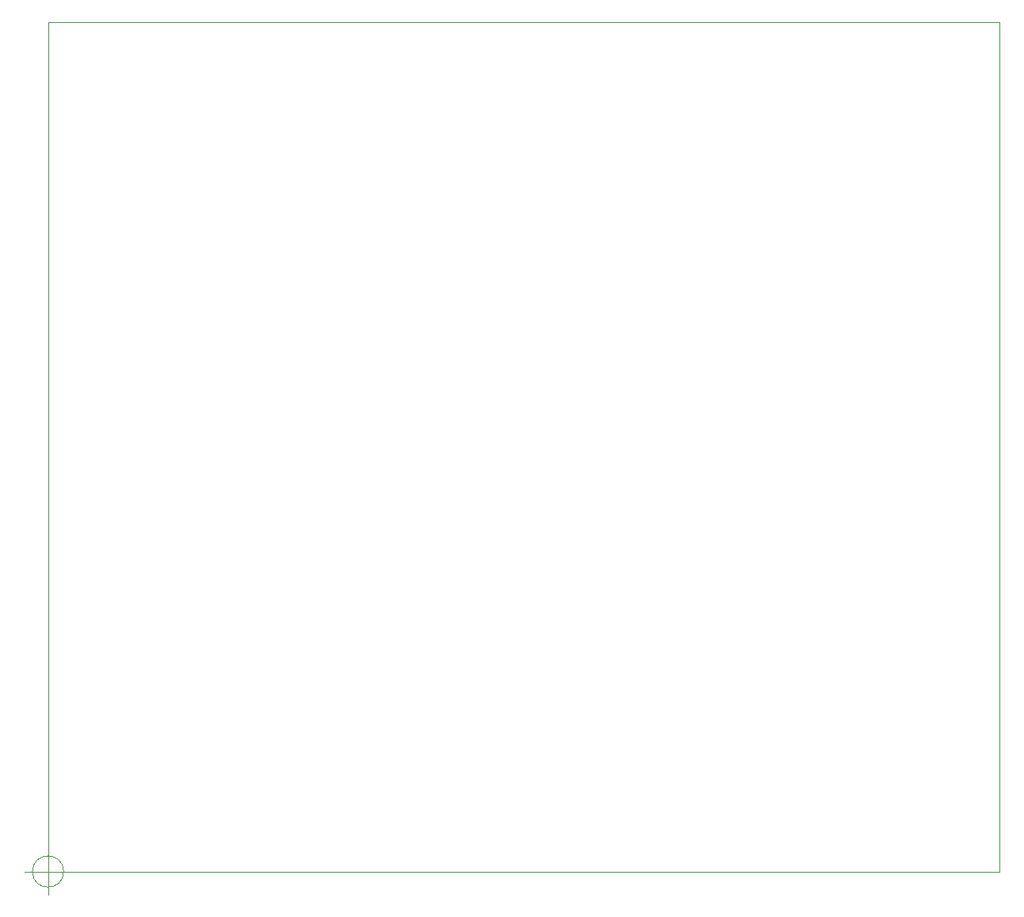
<source format=gm1>
%TF.GenerationSoftware,KiCad,Pcbnew,5.1.5-52549c5~84~ubuntu18.04.1*%
%TF.CreationDate,2020-02-26T10:28:26-05:00*%
%TF.ProjectId,LV_Breakout,4c565f42-7265-4616-9b6f-75742e6b6963,rev?*%
%TF.SameCoordinates,PX678e028PY6d01460*%
%TF.FileFunction,Profile,NP*%
%FSLAX46Y46*%
G04 Gerber Fmt 4.6, Leading zero omitted, Abs format (unit mm)*
G04 Created by KiCad (PCBNEW 5.1.5-52549c5~84~ubuntu18.04.1) date 2020-02-26 10:28:26*
%MOMM*%
%LPD*%
G04 APERTURE LIST*
%TA.AperFunction,Profile*%
%ADD10C,0.050000*%
%TD*%
%TA.AperFunction,Profile*%
%ADD11C,0.100000*%
%TD*%
G04 APERTURE END LIST*
D10*
X1666666Y0D02*
G75*
G03X1666666Y0I-1666666J0D01*
G01*
X-2500000Y0D02*
X2500000Y0D01*
X0Y2500000D02*
X0Y-2500000D01*
D11*
X101600000Y90805000D02*
X101600000Y0D01*
X0Y90805000D02*
X101600000Y90805000D01*
X0Y0D02*
X0Y90805000D01*
X101600000Y0D02*
X0Y0D01*
M02*

</source>
